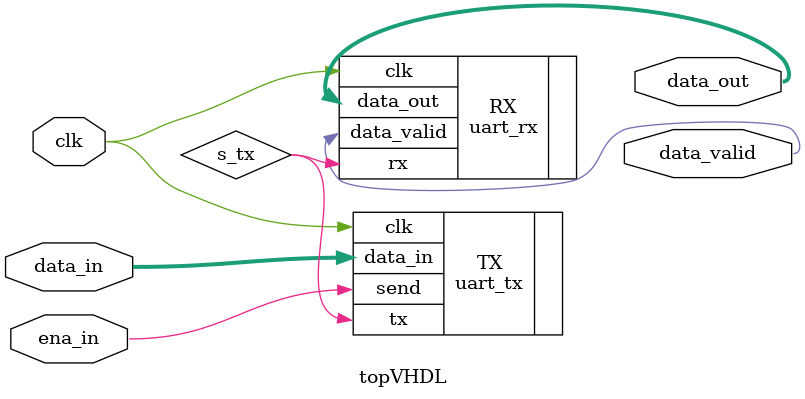
<source format=v>
`timescale 1ns / 1ps




module topVHDL (
    input wire clk,
    input wire ena_in,
    input wire [7:0] data_in,
    output wire [7:0] data_out,
    output wire data_valid
);

    wire s_tx; 

    uart_tx TX (
        .clk(clk),
        .send(ena_in),
        .tx(s_tx),
        .data_in(data_in)
    );

    uart_rx RX (
        .clk(clk),
        .rx(s_tx),
        .data_valid(data_valid),
        .data_out(data_out)
    );

endmodule

</source>
